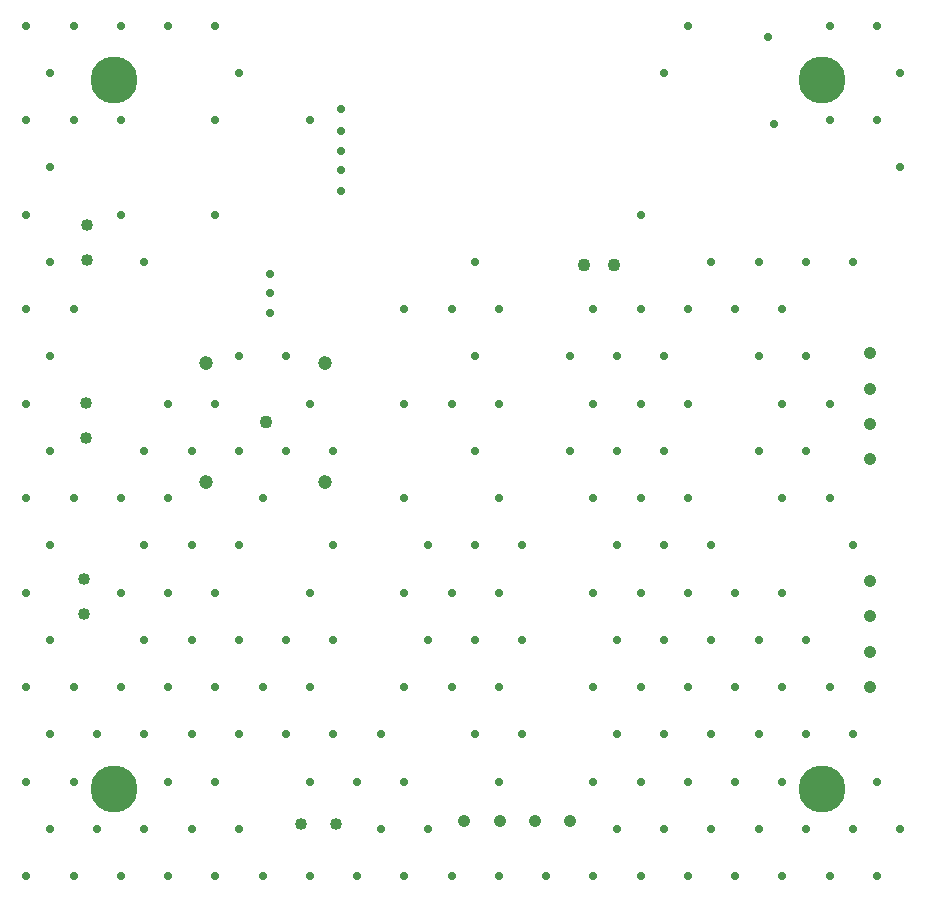
<source format=gbr>
%TF.GenerationSoftware,Altium Limited,Altium Designer,22.9.1 (49)*%
G04 Layer_Color=0*
%FSLAX23Y23*%
%MOIN*%
%TF.SameCoordinates,7E49B892-F471-4493-957F-970E4ADD815D*%
%TF.FilePolarity,Positive*%
%TF.FileFunction,Plated,1,2,PTH,Drill*%
%TF.Part,Single*%
G01*
G75*
%TA.AperFunction,ComponentDrill*%
%ADD78C,0.047*%
%ADD79C,0.043*%
%ADD80C,0.042*%
%ADD81C,0.040*%
%ADD82C,0.040*%
%ADD83C,0.042*%
%TA.AperFunction,ViaDrill,NotFilled*%
%ADD84C,0.028*%
%ADD85C,0.157*%
D78*
X2099Y2416D02*
D03*
X1701D02*
D03*
X2099Y2814D02*
D03*
X1701D02*
D03*
D79*
X1900Y2615D02*
D03*
X3060Y3140D02*
D03*
X2960D02*
D03*
D80*
X3913Y2087D02*
D03*
Y1969D02*
D03*
Y1851D02*
D03*
Y1733D02*
D03*
X3915Y2846D02*
D03*
Y2728D02*
D03*
Y2610D02*
D03*
Y2492D02*
D03*
D81*
X1300Y2680D02*
D03*
Y2562D02*
D03*
X1305Y3273D02*
D03*
Y3155D02*
D03*
X1295Y2093D02*
D03*
Y1975D02*
D03*
D82*
X2017Y1275D02*
D03*
X2135D02*
D03*
D83*
X2916Y1285D02*
D03*
X2798D02*
D03*
X2680D02*
D03*
X2562D02*
D03*
D84*
X2047Y1417D02*
D03*
X2205D02*
D03*
X2283Y1260D02*
D03*
X2205Y1102D02*
D03*
X2047D02*
D03*
X1890D02*
D03*
X1811Y1260D02*
D03*
X3937Y3937D02*
D03*
X4016Y3780D02*
D03*
X3937Y3622D02*
D03*
X4016Y3465D02*
D03*
X3937Y1417D02*
D03*
X4016Y1260D02*
D03*
X3937Y1102D02*
D03*
X3780Y3937D02*
D03*
Y3622D02*
D03*
X3858Y3150D02*
D03*
X3780Y2677D02*
D03*
Y2362D02*
D03*
X3858Y2205D02*
D03*
X3780Y1732D02*
D03*
X3858Y1575D02*
D03*
Y1260D02*
D03*
X3780Y1102D02*
D03*
X3701Y3150D02*
D03*
X3622Y2992D02*
D03*
X3701Y2835D02*
D03*
X3622Y2677D02*
D03*
X3701Y2520D02*
D03*
X3622Y2362D02*
D03*
Y2047D02*
D03*
X3701Y1890D02*
D03*
X3622Y1732D02*
D03*
X3701Y1575D02*
D03*
X3622Y1417D02*
D03*
X3701Y1260D02*
D03*
X3622Y1102D02*
D03*
X3543Y3150D02*
D03*
X3465Y2992D02*
D03*
X3543Y2835D02*
D03*
Y2520D02*
D03*
X3465Y2047D02*
D03*
X3543Y1890D02*
D03*
X3465Y1732D02*
D03*
X3543Y1575D02*
D03*
X3465Y1417D02*
D03*
X3543Y1260D02*
D03*
X3465Y1102D02*
D03*
X3307Y3937D02*
D03*
X3386Y3150D02*
D03*
X3307Y2992D02*
D03*
Y2677D02*
D03*
Y2362D02*
D03*
X3386Y2205D02*
D03*
X3307Y2047D02*
D03*
X3386Y1890D02*
D03*
X3307Y1732D02*
D03*
X3386Y1575D02*
D03*
X3307Y1417D02*
D03*
X3386Y1260D02*
D03*
X3307Y1102D02*
D03*
X3228Y3780D02*
D03*
X3150Y3307D02*
D03*
Y2992D02*
D03*
X3228Y2835D02*
D03*
X3150Y2677D02*
D03*
X3228Y2520D02*
D03*
X3150Y2362D02*
D03*
X3228Y2205D02*
D03*
X3150Y2047D02*
D03*
X3228Y1890D02*
D03*
X3150Y1732D02*
D03*
X3228Y1575D02*
D03*
X3150Y1417D02*
D03*
X3228Y1260D02*
D03*
X3150Y1102D02*
D03*
X2992Y2992D02*
D03*
X3071Y2835D02*
D03*
X2992Y2677D02*
D03*
X3071Y2520D02*
D03*
X2992Y2362D02*
D03*
X3071Y2205D02*
D03*
X2992Y2047D02*
D03*
X3071Y1890D02*
D03*
X2992Y1732D02*
D03*
X3071Y1575D02*
D03*
X2992Y1417D02*
D03*
X3071Y1260D02*
D03*
X2992Y1102D02*
D03*
X2913Y2835D02*
D03*
Y2520D02*
D03*
X2835Y1102D02*
D03*
X2677Y2992D02*
D03*
Y2677D02*
D03*
Y2362D02*
D03*
X2756Y2205D02*
D03*
X2677Y2047D02*
D03*
X2756Y1890D02*
D03*
X2677Y1732D02*
D03*
X2756Y1575D02*
D03*
X2677Y1417D02*
D03*
Y1102D02*
D03*
X2598Y3150D02*
D03*
X2520Y2992D02*
D03*
X2598Y2835D02*
D03*
X2520Y2677D02*
D03*
X2598Y2520D02*
D03*
Y2205D02*
D03*
X2520Y2047D02*
D03*
X2598Y1890D02*
D03*
X2520Y1732D02*
D03*
X2598Y1575D02*
D03*
X2520Y1102D02*
D03*
X2362Y2992D02*
D03*
Y2677D02*
D03*
Y2362D02*
D03*
X2441Y2205D02*
D03*
X2362Y2047D02*
D03*
X2441Y1890D02*
D03*
X2362Y1732D02*
D03*
Y1417D02*
D03*
X2441Y1260D02*
D03*
X2362Y1102D02*
D03*
X2283Y1575D02*
D03*
X2047Y3622D02*
D03*
Y2677D02*
D03*
X2126Y2520D02*
D03*
Y2205D02*
D03*
X2047Y2047D02*
D03*
X2126Y1890D02*
D03*
X2047Y1732D02*
D03*
X2126Y1575D02*
D03*
X1969Y2835D02*
D03*
Y2520D02*
D03*
X1890Y2362D02*
D03*
X1969Y1890D02*
D03*
X1890Y1732D02*
D03*
X1969Y1575D02*
D03*
X1732Y3937D02*
D03*
X1811Y3780D02*
D03*
X1732Y3622D02*
D03*
Y3307D02*
D03*
X1811Y2835D02*
D03*
X1732Y2677D02*
D03*
X1811Y2520D02*
D03*
Y2205D02*
D03*
X1732Y2047D02*
D03*
X1811Y1890D02*
D03*
X1732Y1732D02*
D03*
X1811Y1575D02*
D03*
X1732Y1417D02*
D03*
Y1102D02*
D03*
X1575Y3937D02*
D03*
Y2677D02*
D03*
X1654Y2520D02*
D03*
X1575Y2362D02*
D03*
X1654Y2205D02*
D03*
X1575Y2047D02*
D03*
X1654Y1890D02*
D03*
X1575Y1732D02*
D03*
X1654Y1575D02*
D03*
X1575Y1417D02*
D03*
X1654Y1260D02*
D03*
X1575Y1102D02*
D03*
X1417Y3937D02*
D03*
Y3622D02*
D03*
Y3307D02*
D03*
X1496Y3150D02*
D03*
Y2520D02*
D03*
X1417Y2362D02*
D03*
X1496Y2205D02*
D03*
X1417Y2047D02*
D03*
X1496Y1890D02*
D03*
X1417Y1732D02*
D03*
X1496Y1575D02*
D03*
Y1260D02*
D03*
X1417Y1102D02*
D03*
X1260Y3937D02*
D03*
Y3622D02*
D03*
Y2992D02*
D03*
Y2362D02*
D03*
Y1732D02*
D03*
X1339Y1575D02*
D03*
X1260Y1417D02*
D03*
X1339Y1260D02*
D03*
X1260Y1102D02*
D03*
X1102Y3937D02*
D03*
X1181Y3780D02*
D03*
X1102Y3622D02*
D03*
X1181Y3465D02*
D03*
X1102Y3307D02*
D03*
X1181Y3150D02*
D03*
X1102Y2992D02*
D03*
X1181Y2835D02*
D03*
X1102Y2677D02*
D03*
X1181Y2520D02*
D03*
X1102Y2362D02*
D03*
X1181Y2205D02*
D03*
X1102Y2047D02*
D03*
X1181Y1890D02*
D03*
X1102Y1732D02*
D03*
X1181Y1575D02*
D03*
X1102Y1417D02*
D03*
X1181Y1260D02*
D03*
X1102Y1102D02*
D03*
X3595Y3610D02*
D03*
X3575Y3900D02*
D03*
X2150Y3660D02*
D03*
Y3585D02*
D03*
Y3385D02*
D03*
Y3455D02*
D03*
Y3520D02*
D03*
X1915Y2980D02*
D03*
Y3045D02*
D03*
Y3110D02*
D03*
D85*
X1394Y1394D02*
D03*
X3756D02*
D03*
Y3756D02*
D03*
X1394D02*
D03*
%TF.MD5,aa36355947b6a5ad0305a8122417ed7e*%
M02*

</source>
